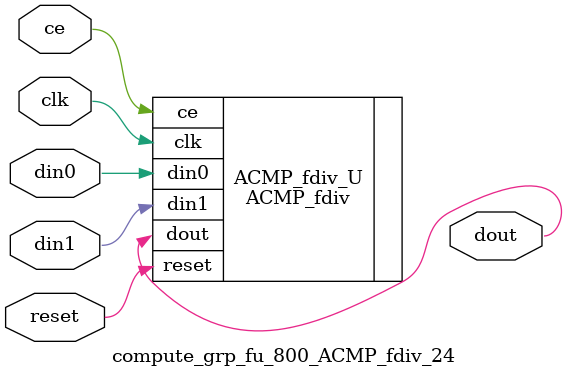
<source format=v>

`timescale 1 ns / 1 ps
module compute_grp_fu_800_ACMP_fdiv_24(
    clk,
    reset,
    ce,
    din0,
    din1,
    dout);

parameter ID = 32'd1;
parameter NUM_STAGE = 32'd1;
parameter din0_WIDTH = 32'd1;
parameter din1_WIDTH = 32'd1;
parameter dout_WIDTH = 32'd1;
input clk;
input reset;
input ce;
input[din0_WIDTH - 1:0] din0;
input[din1_WIDTH - 1:0] din1;
output[dout_WIDTH - 1:0] dout;



ACMP_fdiv #(
.ID( ID ),
.NUM_STAGE( 10 ),
.din0_WIDTH( din0_WIDTH ),
.din1_WIDTH( din1_WIDTH ),
.dout_WIDTH( dout_WIDTH ))
ACMP_fdiv_U(
    .clk( clk ),
    .reset( reset ),
    .ce( ce ),
    .din0( din0 ),
    .din1( din1 ),
    .dout( dout ));

endmodule

</source>
